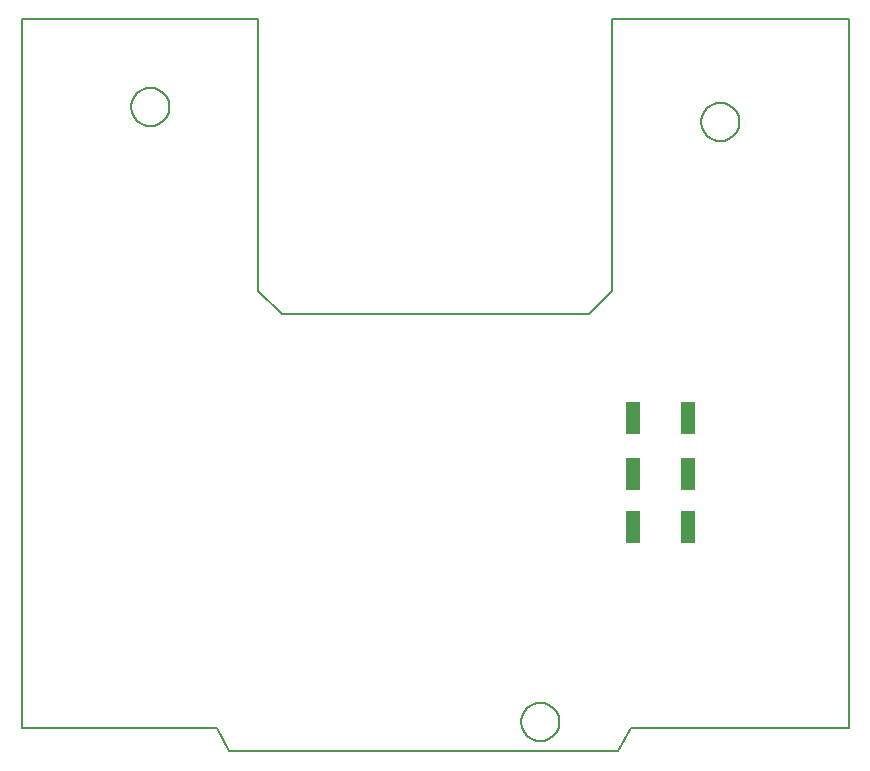
<source format=gbr>
G04 PROTEUS GERBER X2 FILE*
%TF.GenerationSoftware,Labcenter,Proteus,8.12-SP2-Build31155*%
%TF.CreationDate,2022-12-03T19:28:30+00:00*%
%TF.FileFunction,Paste,Top*%
%TF.FilePolarity,Positive*%
%TF.Part,Single*%
%TF.SameCoordinates,{ab386329-c5d6-4b76-aca3-cb6d5b16447b}*%
%FSLAX45Y45*%
%MOMM*%
G01*
%TA.AperFunction,Material*%
%ADD42R,1.193800X2.692400*%
%TA.AperFunction,Profile*%
%ADD20C,0.203200*%
%TD.AperFunction*%
D42*
X+5640000Y+2620000D03*
X+5170000Y+2620000D03*
X+5640000Y+2150000D03*
X+5170000Y+2150000D03*
X+5640000Y+1700000D03*
X+5170000Y+1700000D03*
D20*
X+0Y+0D02*
X+1650000Y+0D01*
X+7000000Y+0D02*
X+7000000Y+6000000D01*
X+5000000Y+6000000D01*
X+5000000Y+3700000D01*
X+4800000Y+3500000D01*
X+2200000Y+3500000D01*
X+2000000Y+3700000D02*
X+2000000Y+6000000D01*
X+0Y+6000000D01*
X+0Y+0D01*
X+2000000Y+3700000D02*
X+2200000Y+3500000D01*
X+5160000Y+0D02*
X+7000000Y+0D01*
X+1750000Y-200000D02*
X+5050000Y-200000D01*
X+1650000Y+0D02*
X+1750000Y-200000D01*
X+5160000Y+0D02*
X+5050000Y-200000D01*
X+4550045Y+50000D02*
X+4549508Y+63142D01*
X+4545144Y+89427D01*
X+4536029Y+115712D01*
X+4521182Y+141997D01*
X+4498470Y+168118D01*
X+4472185Y+187898D01*
X+4445900Y+200658D01*
X+4419615Y+208108D01*
X+4393330Y+210987D01*
X+4389000Y+211045D01*
X+4227955Y+50000D02*
X+4228492Y+63142D01*
X+4232856Y+89427D01*
X+4241971Y+115712D01*
X+4256818Y+141997D01*
X+4279530Y+168118D01*
X+4305815Y+187898D01*
X+4332100Y+200658D01*
X+4358385Y+208108D01*
X+4384670Y+210987D01*
X+4389000Y+211045D01*
X+4227955Y+50000D02*
X+4228492Y+36858D01*
X+4232856Y+10573D01*
X+4241971Y-15712D01*
X+4256818Y-41997D01*
X+4279530Y-68118D01*
X+4305815Y-87898D01*
X+4332100Y-100658D01*
X+4358385Y-108108D01*
X+4384670Y-110987D01*
X+4389000Y-111045D01*
X+4550045Y+50000D02*
X+4549508Y+36858D01*
X+4545144Y+10573D01*
X+4536029Y-15712D01*
X+4521182Y-41997D01*
X+4498470Y-68118D01*
X+4472185Y-87898D01*
X+4445900Y-100658D01*
X+4419615Y-108108D01*
X+4393330Y-110987D01*
X+4389000Y-111045D01*
X+6074045Y+5130000D02*
X+6073508Y+5143142D01*
X+6069144Y+5169427D01*
X+6060029Y+5195712D01*
X+6045182Y+5221997D01*
X+6022470Y+5248118D01*
X+5996185Y+5267898D01*
X+5969900Y+5280658D01*
X+5943615Y+5288108D01*
X+5917330Y+5290987D01*
X+5913000Y+5291045D01*
X+5751955Y+5130000D02*
X+5752492Y+5143142D01*
X+5756856Y+5169427D01*
X+5765971Y+5195712D01*
X+5780818Y+5221997D01*
X+5803530Y+5248118D01*
X+5829815Y+5267898D01*
X+5856100Y+5280658D01*
X+5882385Y+5288108D01*
X+5908670Y+5290987D01*
X+5913000Y+5291045D01*
X+5751955Y+5130000D02*
X+5752492Y+5116858D01*
X+5756856Y+5090573D01*
X+5765971Y+5064288D01*
X+5780818Y+5038003D01*
X+5803530Y+5011882D01*
X+5829815Y+4992102D01*
X+5856100Y+4979342D01*
X+5882385Y+4971892D01*
X+5908670Y+4969013D01*
X+5913000Y+4968955D01*
X+6074045Y+5130000D02*
X+6073508Y+5116858D01*
X+6069144Y+5090573D01*
X+6060029Y+5064288D01*
X+6045182Y+5038003D01*
X+6022470Y+5011882D01*
X+5996185Y+4992102D01*
X+5969900Y+4979342D01*
X+5943615Y+4971892D01*
X+5917330Y+4969013D01*
X+5913000Y+4968955D01*
X+1248045Y+5257000D02*
X+1247508Y+5270142D01*
X+1243144Y+5296427D01*
X+1234029Y+5322712D01*
X+1219182Y+5348997D01*
X+1196470Y+5375118D01*
X+1170185Y+5394898D01*
X+1143900Y+5407658D01*
X+1117615Y+5415108D01*
X+1091330Y+5417987D01*
X+1087000Y+5418045D01*
X+925955Y+5257000D02*
X+926492Y+5270142D01*
X+930856Y+5296427D01*
X+939971Y+5322712D01*
X+954818Y+5348997D01*
X+977530Y+5375118D01*
X+1003815Y+5394898D01*
X+1030100Y+5407658D01*
X+1056385Y+5415108D01*
X+1082670Y+5417987D01*
X+1087000Y+5418045D01*
X+925955Y+5257000D02*
X+926492Y+5243858D01*
X+930856Y+5217573D01*
X+939971Y+5191288D01*
X+954818Y+5165003D01*
X+977530Y+5138882D01*
X+1003815Y+5119102D01*
X+1030100Y+5106342D01*
X+1056385Y+5098892D01*
X+1082670Y+5096013D01*
X+1087000Y+5095955D01*
X+1248045Y+5257000D02*
X+1247508Y+5243858D01*
X+1243144Y+5217573D01*
X+1234029Y+5191288D01*
X+1219182Y+5165003D01*
X+1196470Y+5138882D01*
X+1170185Y+5119102D01*
X+1143900Y+5106342D01*
X+1117615Y+5098892D01*
X+1091330Y+5096013D01*
X+1087000Y+5095955D01*
M02*

</source>
